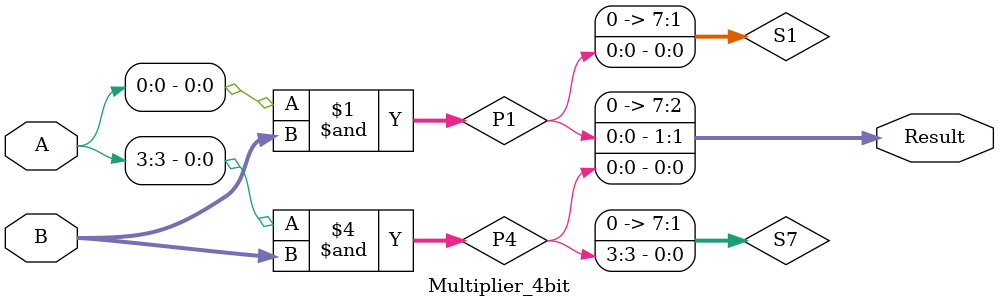
<source format=v>
module Multiplier_4bit (
    input wire [3:0] A, // 4-bit input A
    input wire [3:0] B, // 4-bit input B
    output reg [7:0] Result // 8-bit output (multiplication result)
);
    wire [7:0] P1, P2, P3, P4; // Partial products
    wire [7:0] S1, S2, S3, S4, S5, S6, S7; // Sum bits
    
    // Generate partial products
    assign P1 = A[0] & B;
    assign P2 = A[1] & B;
    assign P3 = A[2] & B;
    assign P4 = A[3] & B;
    
    // Generate sum bits
    assign S1 = P1[0];
    assign S2 = P1[1] ^ P2[0];
    assign S3 = P1[2] ^ P2[1] ^ P3[0];
    assign S4 = P1[3] ^ P2[2] ^ P3[1] ^ P4[0];
    assign S5 = P2[3] ^ P3[2] ^ P4[1];
    assign S6 = P3[3] ^ P4[2];
    assign S7 = P4[3];
    
    // Generate the final result
    always @(*) begin
        Result = {S7, S6, S5, S4, S3, S2, S1, P4[0]};
    end
endmodule // Multiplier_4bit

</source>
